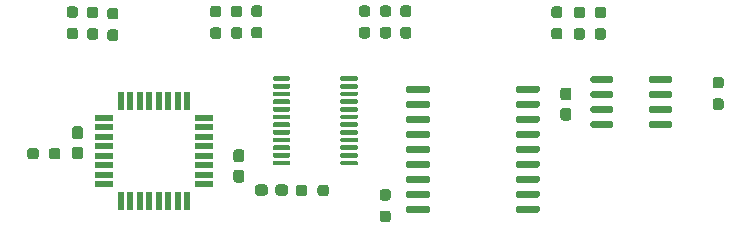
<source format=gbr>
G04 #@! TF.GenerationSoftware,KiCad,Pcbnew,5.1.7-a382d34a8~88~ubuntu18.04.1*
G04 #@! TF.CreationDate,2021-02-25T09:38:48-05:00*
G04 #@! TF.ProjectId,Dash_Left,44617368-5f4c-4656-9674-2e6b69636164,rev?*
G04 #@! TF.SameCoordinates,Original*
G04 #@! TF.FileFunction,Paste,Top*
G04 #@! TF.FilePolarity,Positive*
%FSLAX46Y46*%
G04 Gerber Fmt 4.6, Leading zero omitted, Abs format (unit mm)*
G04 Created by KiCad (PCBNEW 5.1.7-a382d34a8~88~ubuntu18.04.1) date 2021-02-25 09:38:48*
%MOMM*%
%LPD*%
G01*
G04 APERTURE LIST*
%ADD10R,0.550000X1.600000*%
%ADD11R,1.600000X0.550000*%
G04 APERTURE END LIST*
G36*
G01*
X139099580Y-110920520D02*
X139099580Y-111395520D01*
G75*
G02*
X138862080Y-111633020I-237500J0D01*
G01*
X138262080Y-111633020D01*
G75*
G02*
X138024580Y-111395520I0J237500D01*
G01*
X138024580Y-110920520D01*
G75*
G02*
X138262080Y-110683020I237500J0D01*
G01*
X138862080Y-110683020D01*
G75*
G02*
X139099580Y-110920520I0J-237500D01*
G01*
G37*
G36*
G01*
X140824580Y-110920520D02*
X140824580Y-111395520D01*
G75*
G02*
X140587080Y-111633020I-237500J0D01*
G01*
X139987080Y-111633020D01*
G75*
G02*
X139749580Y-111395520I0J237500D01*
G01*
X139749580Y-110920520D01*
G75*
G02*
X139987080Y-110683020I237500J0D01*
G01*
X140587080Y-110683020D01*
G75*
G02*
X140824580Y-110920520I0J-237500D01*
G01*
G37*
G36*
G01*
X122317500Y-97429500D02*
X122792500Y-97429500D01*
G75*
G02*
X123030000Y-97667000I0J-237500D01*
G01*
X123030000Y-98167000D01*
G75*
G02*
X122792500Y-98404500I-237500J0D01*
G01*
X122317500Y-98404500D01*
G75*
G02*
X122080000Y-98167000I0J237500D01*
G01*
X122080000Y-97667000D01*
G75*
G02*
X122317500Y-97429500I237500J0D01*
G01*
G37*
G36*
G01*
X122317500Y-95604500D02*
X122792500Y-95604500D01*
G75*
G02*
X123030000Y-95842000I0J-237500D01*
G01*
X123030000Y-96342000D01*
G75*
G02*
X122792500Y-96579500I-237500J0D01*
G01*
X122317500Y-96579500D01*
G75*
G02*
X122080000Y-96342000I0J237500D01*
G01*
X122080000Y-95842000D01*
G75*
G02*
X122317500Y-95604500I237500J0D01*
G01*
G37*
G36*
G01*
X124032000Y-97453000D02*
X124507000Y-97453000D01*
G75*
G02*
X124744500Y-97690500I0J-237500D01*
G01*
X124744500Y-98190500D01*
G75*
G02*
X124507000Y-98428000I-237500J0D01*
G01*
X124032000Y-98428000D01*
G75*
G02*
X123794500Y-98190500I0J237500D01*
G01*
X123794500Y-97690500D01*
G75*
G02*
X124032000Y-97453000I237500J0D01*
G01*
G37*
G36*
G01*
X124032000Y-95628000D02*
X124507000Y-95628000D01*
G75*
G02*
X124744500Y-95865500I0J-237500D01*
G01*
X124744500Y-96365500D01*
G75*
G02*
X124507000Y-96603000I-237500J0D01*
G01*
X124032000Y-96603000D01*
G75*
G02*
X123794500Y-96365500I0J237500D01*
G01*
X123794500Y-95865500D01*
G75*
G02*
X124032000Y-95628000I237500J0D01*
G01*
G37*
G36*
G01*
X125746500Y-97556500D02*
X126221500Y-97556500D01*
G75*
G02*
X126459000Y-97794000I0J-237500D01*
G01*
X126459000Y-98294000D01*
G75*
G02*
X126221500Y-98531500I-237500J0D01*
G01*
X125746500Y-98531500D01*
G75*
G02*
X125509000Y-98294000I0J237500D01*
G01*
X125509000Y-97794000D01*
G75*
G02*
X125746500Y-97556500I237500J0D01*
G01*
G37*
G36*
G01*
X125746500Y-95731500D02*
X126221500Y-95731500D01*
G75*
G02*
X126459000Y-95969000I0J-237500D01*
G01*
X126459000Y-96469000D01*
G75*
G02*
X126221500Y-96706500I-237500J0D01*
G01*
X125746500Y-96706500D01*
G75*
G02*
X125509000Y-96469000I0J237500D01*
G01*
X125509000Y-95969000D01*
G75*
G02*
X125746500Y-95731500I237500J0D01*
G01*
G37*
G36*
G01*
X134446000Y-97389500D02*
X134921000Y-97389500D01*
G75*
G02*
X135158500Y-97627000I0J-237500D01*
G01*
X135158500Y-98127000D01*
G75*
G02*
X134921000Y-98364500I-237500J0D01*
G01*
X134446000Y-98364500D01*
G75*
G02*
X134208500Y-98127000I0J237500D01*
G01*
X134208500Y-97627000D01*
G75*
G02*
X134446000Y-97389500I237500J0D01*
G01*
G37*
G36*
G01*
X134446000Y-95564500D02*
X134921000Y-95564500D01*
G75*
G02*
X135158500Y-95802000I0J-237500D01*
G01*
X135158500Y-96302000D01*
G75*
G02*
X134921000Y-96539500I-237500J0D01*
G01*
X134446000Y-96539500D01*
G75*
G02*
X134208500Y-96302000I0J237500D01*
G01*
X134208500Y-95802000D01*
G75*
G02*
X134446000Y-95564500I237500J0D01*
G01*
G37*
G36*
G01*
X136224000Y-97366000D02*
X136699000Y-97366000D01*
G75*
G02*
X136936500Y-97603500I0J-237500D01*
G01*
X136936500Y-98103500D01*
G75*
G02*
X136699000Y-98341000I-237500J0D01*
G01*
X136224000Y-98341000D01*
G75*
G02*
X135986500Y-98103500I0J237500D01*
G01*
X135986500Y-97603500D01*
G75*
G02*
X136224000Y-97366000I237500J0D01*
G01*
G37*
G36*
G01*
X136224000Y-95541000D02*
X136699000Y-95541000D01*
G75*
G02*
X136936500Y-95778500I0J-237500D01*
G01*
X136936500Y-96278500D01*
G75*
G02*
X136699000Y-96516000I-237500J0D01*
G01*
X136224000Y-96516000D01*
G75*
G02*
X135986500Y-96278500I0J237500D01*
G01*
X135986500Y-95778500D01*
G75*
G02*
X136224000Y-95541000I237500J0D01*
G01*
G37*
G36*
G01*
X137938500Y-97349500D02*
X138413500Y-97349500D01*
G75*
G02*
X138651000Y-97587000I0J-237500D01*
G01*
X138651000Y-98087000D01*
G75*
G02*
X138413500Y-98324500I-237500J0D01*
G01*
X137938500Y-98324500D01*
G75*
G02*
X137701000Y-98087000I0J237500D01*
G01*
X137701000Y-97587000D01*
G75*
G02*
X137938500Y-97349500I237500J0D01*
G01*
G37*
G36*
G01*
X137938500Y-95524500D02*
X138413500Y-95524500D01*
G75*
G02*
X138651000Y-95762000I0J-237500D01*
G01*
X138651000Y-96262000D01*
G75*
G02*
X138413500Y-96499500I-237500J0D01*
G01*
X137938500Y-96499500D01*
G75*
G02*
X137701000Y-96262000I0J237500D01*
G01*
X137701000Y-95762000D01*
G75*
G02*
X137938500Y-95524500I237500J0D01*
G01*
G37*
G36*
G01*
X147057100Y-97351400D02*
X147532100Y-97351400D01*
G75*
G02*
X147769600Y-97588900I0J-237500D01*
G01*
X147769600Y-98088900D01*
G75*
G02*
X147532100Y-98326400I-237500J0D01*
G01*
X147057100Y-98326400D01*
G75*
G02*
X146819600Y-98088900I0J237500D01*
G01*
X146819600Y-97588900D01*
G75*
G02*
X147057100Y-97351400I237500J0D01*
G01*
G37*
G36*
G01*
X147057100Y-95526400D02*
X147532100Y-95526400D01*
G75*
G02*
X147769600Y-95763900I0J-237500D01*
G01*
X147769600Y-96263900D01*
G75*
G02*
X147532100Y-96501400I-237500J0D01*
G01*
X147057100Y-96501400D01*
G75*
G02*
X146819600Y-96263900I0J237500D01*
G01*
X146819600Y-95763900D01*
G75*
G02*
X147057100Y-95526400I237500J0D01*
G01*
G37*
G36*
G01*
X148835100Y-97351400D02*
X149310100Y-97351400D01*
G75*
G02*
X149547600Y-97588900I0J-237500D01*
G01*
X149547600Y-98088900D01*
G75*
G02*
X149310100Y-98326400I-237500J0D01*
G01*
X148835100Y-98326400D01*
G75*
G02*
X148597600Y-98088900I0J237500D01*
G01*
X148597600Y-97588900D01*
G75*
G02*
X148835100Y-97351400I237500J0D01*
G01*
G37*
G36*
G01*
X148835100Y-95526400D02*
X149310100Y-95526400D01*
G75*
G02*
X149547600Y-95763900I0J-237500D01*
G01*
X149547600Y-96263900D01*
G75*
G02*
X149310100Y-96501400I-237500J0D01*
G01*
X148835100Y-96501400D01*
G75*
G02*
X148597600Y-96263900I0J237500D01*
G01*
X148597600Y-95763900D01*
G75*
G02*
X148835100Y-95526400I237500J0D01*
G01*
G37*
G36*
G01*
X150549600Y-97351400D02*
X151024600Y-97351400D01*
G75*
G02*
X151262100Y-97588900I0J-237500D01*
G01*
X151262100Y-98088900D01*
G75*
G02*
X151024600Y-98326400I-237500J0D01*
G01*
X150549600Y-98326400D01*
G75*
G02*
X150312100Y-98088900I0J237500D01*
G01*
X150312100Y-97588900D01*
G75*
G02*
X150549600Y-97351400I237500J0D01*
G01*
G37*
G36*
G01*
X150549600Y-95526400D02*
X151024600Y-95526400D01*
G75*
G02*
X151262100Y-95763900I0J-237500D01*
G01*
X151262100Y-96263900D01*
G75*
G02*
X151024600Y-96501400I-237500J0D01*
G01*
X150549600Y-96501400D01*
G75*
G02*
X150312100Y-96263900I0J237500D01*
G01*
X150312100Y-95763900D01*
G75*
G02*
X150549600Y-95526400I237500J0D01*
G01*
G37*
G36*
G01*
X163338500Y-97429500D02*
X163813500Y-97429500D01*
G75*
G02*
X164051000Y-97667000I0J-237500D01*
G01*
X164051000Y-98167000D01*
G75*
G02*
X163813500Y-98404500I-237500J0D01*
G01*
X163338500Y-98404500D01*
G75*
G02*
X163101000Y-98167000I0J237500D01*
G01*
X163101000Y-97667000D01*
G75*
G02*
X163338500Y-97429500I237500J0D01*
G01*
G37*
G36*
G01*
X163338500Y-95604500D02*
X163813500Y-95604500D01*
G75*
G02*
X164051000Y-95842000I0J-237500D01*
G01*
X164051000Y-96342000D01*
G75*
G02*
X163813500Y-96579500I-237500J0D01*
G01*
X163338500Y-96579500D01*
G75*
G02*
X163101000Y-96342000I0J237500D01*
G01*
X163101000Y-95842000D01*
G75*
G02*
X163338500Y-95604500I237500J0D01*
G01*
G37*
G36*
G01*
X165243500Y-97453000D02*
X165718500Y-97453000D01*
G75*
G02*
X165956000Y-97690500I0J-237500D01*
G01*
X165956000Y-98190500D01*
G75*
G02*
X165718500Y-98428000I-237500J0D01*
G01*
X165243500Y-98428000D01*
G75*
G02*
X165006000Y-98190500I0J237500D01*
G01*
X165006000Y-97690500D01*
G75*
G02*
X165243500Y-97453000I237500J0D01*
G01*
G37*
G36*
G01*
X165243500Y-95628000D02*
X165718500Y-95628000D01*
G75*
G02*
X165956000Y-95865500I0J-237500D01*
G01*
X165956000Y-96365500D01*
G75*
G02*
X165718500Y-96603000I-237500J0D01*
G01*
X165243500Y-96603000D01*
G75*
G02*
X165006000Y-96365500I0J237500D01*
G01*
X165006000Y-95865500D01*
G75*
G02*
X165243500Y-95628000I237500J0D01*
G01*
G37*
G36*
G01*
X167021500Y-97453000D02*
X167496500Y-97453000D01*
G75*
G02*
X167734000Y-97690500I0J-237500D01*
G01*
X167734000Y-98190500D01*
G75*
G02*
X167496500Y-98428000I-237500J0D01*
G01*
X167021500Y-98428000D01*
G75*
G02*
X166784000Y-98190500I0J237500D01*
G01*
X166784000Y-97690500D01*
G75*
G02*
X167021500Y-97453000I237500J0D01*
G01*
G37*
G36*
G01*
X167021500Y-95628000D02*
X167496500Y-95628000D01*
G75*
G02*
X167734000Y-95865500I0J-237500D01*
G01*
X167734000Y-96365500D01*
G75*
G02*
X167496500Y-96603000I-237500J0D01*
G01*
X167021500Y-96603000D01*
G75*
G02*
X166784000Y-96365500I0J237500D01*
G01*
X166784000Y-95865500D01*
G75*
G02*
X167021500Y-95628000I237500J0D01*
G01*
G37*
G36*
G01*
X171362500Y-101940500D02*
X171362500Y-101640500D01*
G75*
G02*
X171512500Y-101490500I150000J0D01*
G01*
X173162500Y-101490500D01*
G75*
G02*
X173312500Y-101640500I0J-150000D01*
G01*
X173312500Y-101940500D01*
G75*
G02*
X173162500Y-102090500I-150000J0D01*
G01*
X171512500Y-102090500D01*
G75*
G02*
X171362500Y-101940500I0J150000D01*
G01*
G37*
G36*
G01*
X171362500Y-103210500D02*
X171362500Y-102910500D01*
G75*
G02*
X171512500Y-102760500I150000J0D01*
G01*
X173162500Y-102760500D01*
G75*
G02*
X173312500Y-102910500I0J-150000D01*
G01*
X173312500Y-103210500D01*
G75*
G02*
X173162500Y-103360500I-150000J0D01*
G01*
X171512500Y-103360500D01*
G75*
G02*
X171362500Y-103210500I0J150000D01*
G01*
G37*
G36*
G01*
X171362500Y-104480500D02*
X171362500Y-104180500D01*
G75*
G02*
X171512500Y-104030500I150000J0D01*
G01*
X173162500Y-104030500D01*
G75*
G02*
X173312500Y-104180500I0J-150000D01*
G01*
X173312500Y-104480500D01*
G75*
G02*
X173162500Y-104630500I-150000J0D01*
G01*
X171512500Y-104630500D01*
G75*
G02*
X171362500Y-104480500I0J150000D01*
G01*
G37*
G36*
G01*
X171362500Y-105750500D02*
X171362500Y-105450500D01*
G75*
G02*
X171512500Y-105300500I150000J0D01*
G01*
X173162500Y-105300500D01*
G75*
G02*
X173312500Y-105450500I0J-150000D01*
G01*
X173312500Y-105750500D01*
G75*
G02*
X173162500Y-105900500I-150000J0D01*
G01*
X171512500Y-105900500D01*
G75*
G02*
X171362500Y-105750500I0J150000D01*
G01*
G37*
G36*
G01*
X166412500Y-105750500D02*
X166412500Y-105450500D01*
G75*
G02*
X166562500Y-105300500I150000J0D01*
G01*
X168212500Y-105300500D01*
G75*
G02*
X168362500Y-105450500I0J-150000D01*
G01*
X168362500Y-105750500D01*
G75*
G02*
X168212500Y-105900500I-150000J0D01*
G01*
X166562500Y-105900500D01*
G75*
G02*
X166412500Y-105750500I0J150000D01*
G01*
G37*
G36*
G01*
X166412500Y-104480500D02*
X166412500Y-104180500D01*
G75*
G02*
X166562500Y-104030500I150000J0D01*
G01*
X168212500Y-104030500D01*
G75*
G02*
X168362500Y-104180500I0J-150000D01*
G01*
X168362500Y-104480500D01*
G75*
G02*
X168212500Y-104630500I-150000J0D01*
G01*
X166562500Y-104630500D01*
G75*
G02*
X166412500Y-104480500I0J150000D01*
G01*
G37*
G36*
G01*
X166412500Y-103210500D02*
X166412500Y-102910500D01*
G75*
G02*
X166562500Y-102760500I150000J0D01*
G01*
X168212500Y-102760500D01*
G75*
G02*
X168362500Y-102910500I0J-150000D01*
G01*
X168362500Y-103210500D01*
G75*
G02*
X168212500Y-103360500I-150000J0D01*
G01*
X166562500Y-103360500D01*
G75*
G02*
X166412500Y-103210500I0J150000D01*
G01*
G37*
G36*
G01*
X166412500Y-101940500D02*
X166412500Y-101640500D01*
G75*
G02*
X166562500Y-101490500I150000J0D01*
G01*
X168212500Y-101490500D01*
G75*
G02*
X168362500Y-101640500I0J-150000D01*
G01*
X168362500Y-101940500D01*
G75*
G02*
X168212500Y-102090500I-150000J0D01*
G01*
X166562500Y-102090500D01*
G75*
G02*
X166412500Y-101940500I0J150000D01*
G01*
G37*
G36*
G01*
X152839000Y-112626000D02*
X152839000Y-112926000D01*
G75*
G02*
X152689000Y-113076000I-150000J0D01*
G01*
X150939000Y-113076000D01*
G75*
G02*
X150789000Y-112926000I0J150000D01*
G01*
X150789000Y-112626000D01*
G75*
G02*
X150939000Y-112476000I150000J0D01*
G01*
X152689000Y-112476000D01*
G75*
G02*
X152839000Y-112626000I0J-150000D01*
G01*
G37*
G36*
G01*
X152839000Y-111356000D02*
X152839000Y-111656000D01*
G75*
G02*
X152689000Y-111806000I-150000J0D01*
G01*
X150939000Y-111806000D01*
G75*
G02*
X150789000Y-111656000I0J150000D01*
G01*
X150789000Y-111356000D01*
G75*
G02*
X150939000Y-111206000I150000J0D01*
G01*
X152689000Y-111206000D01*
G75*
G02*
X152839000Y-111356000I0J-150000D01*
G01*
G37*
G36*
G01*
X152839000Y-110086000D02*
X152839000Y-110386000D01*
G75*
G02*
X152689000Y-110536000I-150000J0D01*
G01*
X150939000Y-110536000D01*
G75*
G02*
X150789000Y-110386000I0J150000D01*
G01*
X150789000Y-110086000D01*
G75*
G02*
X150939000Y-109936000I150000J0D01*
G01*
X152689000Y-109936000D01*
G75*
G02*
X152839000Y-110086000I0J-150000D01*
G01*
G37*
G36*
G01*
X152839000Y-108816000D02*
X152839000Y-109116000D01*
G75*
G02*
X152689000Y-109266000I-150000J0D01*
G01*
X150939000Y-109266000D01*
G75*
G02*
X150789000Y-109116000I0J150000D01*
G01*
X150789000Y-108816000D01*
G75*
G02*
X150939000Y-108666000I150000J0D01*
G01*
X152689000Y-108666000D01*
G75*
G02*
X152839000Y-108816000I0J-150000D01*
G01*
G37*
G36*
G01*
X152839000Y-107546000D02*
X152839000Y-107846000D01*
G75*
G02*
X152689000Y-107996000I-150000J0D01*
G01*
X150939000Y-107996000D01*
G75*
G02*
X150789000Y-107846000I0J150000D01*
G01*
X150789000Y-107546000D01*
G75*
G02*
X150939000Y-107396000I150000J0D01*
G01*
X152689000Y-107396000D01*
G75*
G02*
X152839000Y-107546000I0J-150000D01*
G01*
G37*
G36*
G01*
X152839000Y-106276000D02*
X152839000Y-106576000D01*
G75*
G02*
X152689000Y-106726000I-150000J0D01*
G01*
X150939000Y-106726000D01*
G75*
G02*
X150789000Y-106576000I0J150000D01*
G01*
X150789000Y-106276000D01*
G75*
G02*
X150939000Y-106126000I150000J0D01*
G01*
X152689000Y-106126000D01*
G75*
G02*
X152839000Y-106276000I0J-150000D01*
G01*
G37*
G36*
G01*
X152839000Y-105006000D02*
X152839000Y-105306000D01*
G75*
G02*
X152689000Y-105456000I-150000J0D01*
G01*
X150939000Y-105456000D01*
G75*
G02*
X150789000Y-105306000I0J150000D01*
G01*
X150789000Y-105006000D01*
G75*
G02*
X150939000Y-104856000I150000J0D01*
G01*
X152689000Y-104856000D01*
G75*
G02*
X152839000Y-105006000I0J-150000D01*
G01*
G37*
G36*
G01*
X152839000Y-103736000D02*
X152839000Y-104036000D01*
G75*
G02*
X152689000Y-104186000I-150000J0D01*
G01*
X150939000Y-104186000D01*
G75*
G02*
X150789000Y-104036000I0J150000D01*
G01*
X150789000Y-103736000D01*
G75*
G02*
X150939000Y-103586000I150000J0D01*
G01*
X152689000Y-103586000D01*
G75*
G02*
X152839000Y-103736000I0J-150000D01*
G01*
G37*
G36*
G01*
X152839000Y-102466000D02*
X152839000Y-102766000D01*
G75*
G02*
X152689000Y-102916000I-150000J0D01*
G01*
X150939000Y-102916000D01*
G75*
G02*
X150789000Y-102766000I0J150000D01*
G01*
X150789000Y-102466000D01*
G75*
G02*
X150939000Y-102316000I150000J0D01*
G01*
X152689000Y-102316000D01*
G75*
G02*
X152839000Y-102466000I0J-150000D01*
G01*
G37*
G36*
G01*
X162139000Y-102466000D02*
X162139000Y-102766000D01*
G75*
G02*
X161989000Y-102916000I-150000J0D01*
G01*
X160239000Y-102916000D01*
G75*
G02*
X160089000Y-102766000I0J150000D01*
G01*
X160089000Y-102466000D01*
G75*
G02*
X160239000Y-102316000I150000J0D01*
G01*
X161989000Y-102316000D01*
G75*
G02*
X162139000Y-102466000I0J-150000D01*
G01*
G37*
G36*
G01*
X162139000Y-103736000D02*
X162139000Y-104036000D01*
G75*
G02*
X161989000Y-104186000I-150000J0D01*
G01*
X160239000Y-104186000D01*
G75*
G02*
X160089000Y-104036000I0J150000D01*
G01*
X160089000Y-103736000D01*
G75*
G02*
X160239000Y-103586000I150000J0D01*
G01*
X161989000Y-103586000D01*
G75*
G02*
X162139000Y-103736000I0J-150000D01*
G01*
G37*
G36*
G01*
X162139000Y-105006000D02*
X162139000Y-105306000D01*
G75*
G02*
X161989000Y-105456000I-150000J0D01*
G01*
X160239000Y-105456000D01*
G75*
G02*
X160089000Y-105306000I0J150000D01*
G01*
X160089000Y-105006000D01*
G75*
G02*
X160239000Y-104856000I150000J0D01*
G01*
X161989000Y-104856000D01*
G75*
G02*
X162139000Y-105006000I0J-150000D01*
G01*
G37*
G36*
G01*
X162139000Y-106276000D02*
X162139000Y-106576000D01*
G75*
G02*
X161989000Y-106726000I-150000J0D01*
G01*
X160239000Y-106726000D01*
G75*
G02*
X160089000Y-106576000I0J150000D01*
G01*
X160089000Y-106276000D01*
G75*
G02*
X160239000Y-106126000I150000J0D01*
G01*
X161989000Y-106126000D01*
G75*
G02*
X162139000Y-106276000I0J-150000D01*
G01*
G37*
G36*
G01*
X162139000Y-107546000D02*
X162139000Y-107846000D01*
G75*
G02*
X161989000Y-107996000I-150000J0D01*
G01*
X160239000Y-107996000D01*
G75*
G02*
X160089000Y-107846000I0J150000D01*
G01*
X160089000Y-107546000D01*
G75*
G02*
X160239000Y-107396000I150000J0D01*
G01*
X161989000Y-107396000D01*
G75*
G02*
X162139000Y-107546000I0J-150000D01*
G01*
G37*
G36*
G01*
X162139000Y-108816000D02*
X162139000Y-109116000D01*
G75*
G02*
X161989000Y-109266000I-150000J0D01*
G01*
X160239000Y-109266000D01*
G75*
G02*
X160089000Y-109116000I0J150000D01*
G01*
X160089000Y-108816000D01*
G75*
G02*
X160239000Y-108666000I150000J0D01*
G01*
X161989000Y-108666000D01*
G75*
G02*
X162139000Y-108816000I0J-150000D01*
G01*
G37*
G36*
G01*
X162139000Y-110086000D02*
X162139000Y-110386000D01*
G75*
G02*
X161989000Y-110536000I-150000J0D01*
G01*
X160239000Y-110536000D01*
G75*
G02*
X160089000Y-110386000I0J150000D01*
G01*
X160089000Y-110086000D01*
G75*
G02*
X160239000Y-109936000I150000J0D01*
G01*
X161989000Y-109936000D01*
G75*
G02*
X162139000Y-110086000I0J-150000D01*
G01*
G37*
G36*
G01*
X162139000Y-111356000D02*
X162139000Y-111656000D01*
G75*
G02*
X161989000Y-111806000I-150000J0D01*
G01*
X160239000Y-111806000D01*
G75*
G02*
X160089000Y-111656000I0J150000D01*
G01*
X160089000Y-111356000D01*
G75*
G02*
X160239000Y-111206000I150000J0D01*
G01*
X161989000Y-111206000D01*
G75*
G02*
X162139000Y-111356000I0J-150000D01*
G01*
G37*
G36*
G01*
X162139000Y-112626000D02*
X162139000Y-112926000D01*
G75*
G02*
X161989000Y-113076000I-150000J0D01*
G01*
X160239000Y-113076000D01*
G75*
G02*
X160089000Y-112926000I0J150000D01*
G01*
X160089000Y-112626000D01*
G75*
G02*
X160239000Y-112476000I150000J0D01*
G01*
X161989000Y-112476000D01*
G75*
G02*
X162139000Y-112626000I0J-150000D01*
G01*
G37*
G36*
G01*
X140999000Y-108769000D02*
X140999000Y-108969000D01*
G75*
G02*
X140899000Y-109069000I-100000J0D01*
G01*
X139624000Y-109069000D01*
G75*
G02*
X139524000Y-108969000I0J100000D01*
G01*
X139524000Y-108769000D01*
G75*
G02*
X139624000Y-108669000I100000J0D01*
G01*
X140899000Y-108669000D01*
G75*
G02*
X140999000Y-108769000I0J-100000D01*
G01*
G37*
G36*
G01*
X140999000Y-108119000D02*
X140999000Y-108319000D01*
G75*
G02*
X140899000Y-108419000I-100000J0D01*
G01*
X139624000Y-108419000D01*
G75*
G02*
X139524000Y-108319000I0J100000D01*
G01*
X139524000Y-108119000D01*
G75*
G02*
X139624000Y-108019000I100000J0D01*
G01*
X140899000Y-108019000D01*
G75*
G02*
X140999000Y-108119000I0J-100000D01*
G01*
G37*
G36*
G01*
X140999000Y-107469000D02*
X140999000Y-107669000D01*
G75*
G02*
X140899000Y-107769000I-100000J0D01*
G01*
X139624000Y-107769000D01*
G75*
G02*
X139524000Y-107669000I0J100000D01*
G01*
X139524000Y-107469000D01*
G75*
G02*
X139624000Y-107369000I100000J0D01*
G01*
X140899000Y-107369000D01*
G75*
G02*
X140999000Y-107469000I0J-100000D01*
G01*
G37*
G36*
G01*
X140999000Y-106819000D02*
X140999000Y-107019000D01*
G75*
G02*
X140899000Y-107119000I-100000J0D01*
G01*
X139624000Y-107119000D01*
G75*
G02*
X139524000Y-107019000I0J100000D01*
G01*
X139524000Y-106819000D01*
G75*
G02*
X139624000Y-106719000I100000J0D01*
G01*
X140899000Y-106719000D01*
G75*
G02*
X140999000Y-106819000I0J-100000D01*
G01*
G37*
G36*
G01*
X140999000Y-106169000D02*
X140999000Y-106369000D01*
G75*
G02*
X140899000Y-106469000I-100000J0D01*
G01*
X139624000Y-106469000D01*
G75*
G02*
X139524000Y-106369000I0J100000D01*
G01*
X139524000Y-106169000D01*
G75*
G02*
X139624000Y-106069000I100000J0D01*
G01*
X140899000Y-106069000D01*
G75*
G02*
X140999000Y-106169000I0J-100000D01*
G01*
G37*
G36*
G01*
X140999000Y-105519000D02*
X140999000Y-105719000D01*
G75*
G02*
X140899000Y-105819000I-100000J0D01*
G01*
X139624000Y-105819000D01*
G75*
G02*
X139524000Y-105719000I0J100000D01*
G01*
X139524000Y-105519000D01*
G75*
G02*
X139624000Y-105419000I100000J0D01*
G01*
X140899000Y-105419000D01*
G75*
G02*
X140999000Y-105519000I0J-100000D01*
G01*
G37*
G36*
G01*
X140999000Y-104869000D02*
X140999000Y-105069000D01*
G75*
G02*
X140899000Y-105169000I-100000J0D01*
G01*
X139624000Y-105169000D01*
G75*
G02*
X139524000Y-105069000I0J100000D01*
G01*
X139524000Y-104869000D01*
G75*
G02*
X139624000Y-104769000I100000J0D01*
G01*
X140899000Y-104769000D01*
G75*
G02*
X140999000Y-104869000I0J-100000D01*
G01*
G37*
G36*
G01*
X140999000Y-104219000D02*
X140999000Y-104419000D01*
G75*
G02*
X140899000Y-104519000I-100000J0D01*
G01*
X139624000Y-104519000D01*
G75*
G02*
X139524000Y-104419000I0J100000D01*
G01*
X139524000Y-104219000D01*
G75*
G02*
X139624000Y-104119000I100000J0D01*
G01*
X140899000Y-104119000D01*
G75*
G02*
X140999000Y-104219000I0J-100000D01*
G01*
G37*
G36*
G01*
X140999000Y-103569000D02*
X140999000Y-103769000D01*
G75*
G02*
X140899000Y-103869000I-100000J0D01*
G01*
X139624000Y-103869000D01*
G75*
G02*
X139524000Y-103769000I0J100000D01*
G01*
X139524000Y-103569000D01*
G75*
G02*
X139624000Y-103469000I100000J0D01*
G01*
X140899000Y-103469000D01*
G75*
G02*
X140999000Y-103569000I0J-100000D01*
G01*
G37*
G36*
G01*
X140999000Y-102919000D02*
X140999000Y-103119000D01*
G75*
G02*
X140899000Y-103219000I-100000J0D01*
G01*
X139624000Y-103219000D01*
G75*
G02*
X139524000Y-103119000I0J100000D01*
G01*
X139524000Y-102919000D01*
G75*
G02*
X139624000Y-102819000I100000J0D01*
G01*
X140899000Y-102819000D01*
G75*
G02*
X140999000Y-102919000I0J-100000D01*
G01*
G37*
G36*
G01*
X140999000Y-102269000D02*
X140999000Y-102469000D01*
G75*
G02*
X140899000Y-102569000I-100000J0D01*
G01*
X139624000Y-102569000D01*
G75*
G02*
X139524000Y-102469000I0J100000D01*
G01*
X139524000Y-102269000D01*
G75*
G02*
X139624000Y-102169000I100000J0D01*
G01*
X140899000Y-102169000D01*
G75*
G02*
X140999000Y-102269000I0J-100000D01*
G01*
G37*
G36*
G01*
X140999000Y-101619000D02*
X140999000Y-101819000D01*
G75*
G02*
X140899000Y-101919000I-100000J0D01*
G01*
X139624000Y-101919000D01*
G75*
G02*
X139524000Y-101819000I0J100000D01*
G01*
X139524000Y-101619000D01*
G75*
G02*
X139624000Y-101519000I100000J0D01*
G01*
X140899000Y-101519000D01*
G75*
G02*
X140999000Y-101619000I0J-100000D01*
G01*
G37*
G36*
G01*
X146724000Y-101619000D02*
X146724000Y-101819000D01*
G75*
G02*
X146624000Y-101919000I-100000J0D01*
G01*
X145349000Y-101919000D01*
G75*
G02*
X145249000Y-101819000I0J100000D01*
G01*
X145249000Y-101619000D01*
G75*
G02*
X145349000Y-101519000I100000J0D01*
G01*
X146624000Y-101519000D01*
G75*
G02*
X146724000Y-101619000I0J-100000D01*
G01*
G37*
G36*
G01*
X146724000Y-102269000D02*
X146724000Y-102469000D01*
G75*
G02*
X146624000Y-102569000I-100000J0D01*
G01*
X145349000Y-102569000D01*
G75*
G02*
X145249000Y-102469000I0J100000D01*
G01*
X145249000Y-102269000D01*
G75*
G02*
X145349000Y-102169000I100000J0D01*
G01*
X146624000Y-102169000D01*
G75*
G02*
X146724000Y-102269000I0J-100000D01*
G01*
G37*
G36*
G01*
X146724000Y-102919000D02*
X146724000Y-103119000D01*
G75*
G02*
X146624000Y-103219000I-100000J0D01*
G01*
X145349000Y-103219000D01*
G75*
G02*
X145249000Y-103119000I0J100000D01*
G01*
X145249000Y-102919000D01*
G75*
G02*
X145349000Y-102819000I100000J0D01*
G01*
X146624000Y-102819000D01*
G75*
G02*
X146724000Y-102919000I0J-100000D01*
G01*
G37*
G36*
G01*
X146724000Y-103569000D02*
X146724000Y-103769000D01*
G75*
G02*
X146624000Y-103869000I-100000J0D01*
G01*
X145349000Y-103869000D01*
G75*
G02*
X145249000Y-103769000I0J100000D01*
G01*
X145249000Y-103569000D01*
G75*
G02*
X145349000Y-103469000I100000J0D01*
G01*
X146624000Y-103469000D01*
G75*
G02*
X146724000Y-103569000I0J-100000D01*
G01*
G37*
G36*
G01*
X146724000Y-104219000D02*
X146724000Y-104419000D01*
G75*
G02*
X146624000Y-104519000I-100000J0D01*
G01*
X145349000Y-104519000D01*
G75*
G02*
X145249000Y-104419000I0J100000D01*
G01*
X145249000Y-104219000D01*
G75*
G02*
X145349000Y-104119000I100000J0D01*
G01*
X146624000Y-104119000D01*
G75*
G02*
X146724000Y-104219000I0J-100000D01*
G01*
G37*
G36*
G01*
X146724000Y-104869000D02*
X146724000Y-105069000D01*
G75*
G02*
X146624000Y-105169000I-100000J0D01*
G01*
X145349000Y-105169000D01*
G75*
G02*
X145249000Y-105069000I0J100000D01*
G01*
X145249000Y-104869000D01*
G75*
G02*
X145349000Y-104769000I100000J0D01*
G01*
X146624000Y-104769000D01*
G75*
G02*
X146724000Y-104869000I0J-100000D01*
G01*
G37*
G36*
G01*
X146724000Y-105519000D02*
X146724000Y-105719000D01*
G75*
G02*
X146624000Y-105819000I-100000J0D01*
G01*
X145349000Y-105819000D01*
G75*
G02*
X145249000Y-105719000I0J100000D01*
G01*
X145249000Y-105519000D01*
G75*
G02*
X145349000Y-105419000I100000J0D01*
G01*
X146624000Y-105419000D01*
G75*
G02*
X146724000Y-105519000I0J-100000D01*
G01*
G37*
G36*
G01*
X146724000Y-106169000D02*
X146724000Y-106369000D01*
G75*
G02*
X146624000Y-106469000I-100000J0D01*
G01*
X145349000Y-106469000D01*
G75*
G02*
X145249000Y-106369000I0J100000D01*
G01*
X145249000Y-106169000D01*
G75*
G02*
X145349000Y-106069000I100000J0D01*
G01*
X146624000Y-106069000D01*
G75*
G02*
X146724000Y-106169000I0J-100000D01*
G01*
G37*
G36*
G01*
X146724000Y-106819000D02*
X146724000Y-107019000D01*
G75*
G02*
X146624000Y-107119000I-100000J0D01*
G01*
X145349000Y-107119000D01*
G75*
G02*
X145249000Y-107019000I0J100000D01*
G01*
X145249000Y-106819000D01*
G75*
G02*
X145349000Y-106719000I100000J0D01*
G01*
X146624000Y-106719000D01*
G75*
G02*
X146724000Y-106819000I0J-100000D01*
G01*
G37*
G36*
G01*
X146724000Y-107469000D02*
X146724000Y-107669000D01*
G75*
G02*
X146624000Y-107769000I-100000J0D01*
G01*
X145349000Y-107769000D01*
G75*
G02*
X145249000Y-107669000I0J100000D01*
G01*
X145249000Y-107469000D01*
G75*
G02*
X145349000Y-107369000I100000J0D01*
G01*
X146624000Y-107369000D01*
G75*
G02*
X146724000Y-107469000I0J-100000D01*
G01*
G37*
G36*
G01*
X146724000Y-108119000D02*
X146724000Y-108319000D01*
G75*
G02*
X146624000Y-108419000I-100000J0D01*
G01*
X145349000Y-108419000D01*
G75*
G02*
X145249000Y-108319000I0J100000D01*
G01*
X145249000Y-108119000D01*
G75*
G02*
X145349000Y-108019000I100000J0D01*
G01*
X146624000Y-108019000D01*
G75*
G02*
X146724000Y-108119000I0J-100000D01*
G01*
G37*
G36*
G01*
X146724000Y-108769000D02*
X146724000Y-108969000D01*
G75*
G02*
X146624000Y-109069000I-100000J0D01*
G01*
X145349000Y-109069000D01*
G75*
G02*
X145249000Y-108969000I0J100000D01*
G01*
X145249000Y-108769000D01*
G75*
G02*
X145349000Y-108669000I100000J0D01*
G01*
X146624000Y-108669000D01*
G75*
G02*
X146724000Y-108769000I0J-100000D01*
G01*
G37*
D10*
X126672000Y-103592000D03*
X127472000Y-103592000D03*
X128272000Y-103592000D03*
X129072000Y-103592000D03*
X129872000Y-103592000D03*
X130672000Y-103592000D03*
X131472000Y-103592000D03*
X132272000Y-103592000D03*
D11*
X133722000Y-105042000D03*
X133722000Y-105842000D03*
X133722000Y-106642000D03*
X133722000Y-107442000D03*
X133722000Y-108242000D03*
X133722000Y-109042000D03*
X133722000Y-109842000D03*
X133722000Y-110642000D03*
D10*
X132272000Y-112092000D03*
X131472000Y-112092000D03*
X130672000Y-112092000D03*
X129872000Y-112092000D03*
X129072000Y-112092000D03*
X128272000Y-112092000D03*
X127472000Y-112092000D03*
X126672000Y-112092000D03*
D11*
X125222000Y-110642000D03*
X125222000Y-109842000D03*
X125222000Y-109042000D03*
X125222000Y-108242000D03*
X125222000Y-107442000D03*
X125222000Y-106642000D03*
X125222000Y-105842000D03*
X125222000Y-105042000D03*
G36*
G01*
X176991000Y-103398500D02*
X177466000Y-103398500D01*
G75*
G02*
X177703500Y-103636000I0J-237500D01*
G01*
X177703500Y-104136000D01*
G75*
G02*
X177466000Y-104373500I-237500J0D01*
G01*
X176991000Y-104373500D01*
G75*
G02*
X176753500Y-104136000I0J237500D01*
G01*
X176753500Y-103636000D01*
G75*
G02*
X176991000Y-103398500I237500J0D01*
G01*
G37*
G36*
G01*
X176991000Y-101573500D02*
X177466000Y-101573500D01*
G75*
G02*
X177703500Y-101811000I0J-237500D01*
G01*
X177703500Y-102311000D01*
G75*
G02*
X177466000Y-102548500I-237500J0D01*
G01*
X176991000Y-102548500D01*
G75*
G02*
X176753500Y-102311000I0J237500D01*
G01*
X176753500Y-101811000D01*
G75*
G02*
X176991000Y-101573500I237500J0D01*
G01*
G37*
G36*
G01*
X149272000Y-112057000D02*
X148797000Y-112057000D01*
G75*
G02*
X148559500Y-111819500I0J237500D01*
G01*
X148559500Y-111319500D01*
G75*
G02*
X148797000Y-111082000I237500J0D01*
G01*
X149272000Y-111082000D01*
G75*
G02*
X149509500Y-111319500I0J-237500D01*
G01*
X149509500Y-111819500D01*
G75*
G02*
X149272000Y-112057000I-237500J0D01*
G01*
G37*
G36*
G01*
X149272000Y-113882000D02*
X148797000Y-113882000D01*
G75*
G02*
X148559500Y-113644500I0J237500D01*
G01*
X148559500Y-113144500D01*
G75*
G02*
X148797000Y-112907000I237500J0D01*
G01*
X149272000Y-112907000D01*
G75*
G02*
X149509500Y-113144500I0J-237500D01*
G01*
X149509500Y-113644500D01*
G75*
G02*
X149272000Y-113882000I-237500J0D01*
G01*
G37*
G36*
G01*
X143305080Y-111433620D02*
X143305080Y-110958620D01*
G75*
G02*
X143542580Y-110721120I237500J0D01*
G01*
X144042580Y-110721120D01*
G75*
G02*
X144280080Y-110958620I0J-237500D01*
G01*
X144280080Y-111433620D01*
G75*
G02*
X144042580Y-111671120I-237500J0D01*
G01*
X143542580Y-111671120D01*
G75*
G02*
X143305080Y-111433620I0J237500D01*
G01*
G37*
G36*
G01*
X141480080Y-111433620D02*
X141480080Y-110958620D01*
G75*
G02*
X141717580Y-110721120I237500J0D01*
G01*
X142217580Y-110721120D01*
G75*
G02*
X142455080Y-110958620I0J-237500D01*
G01*
X142455080Y-111433620D01*
G75*
G02*
X142217580Y-111671120I-237500J0D01*
G01*
X141717580Y-111671120D01*
G75*
G02*
X141480080Y-111433620I0J237500D01*
G01*
G37*
G36*
G01*
X119717000Y-107839500D02*
X119717000Y-108314500D01*
G75*
G02*
X119479500Y-108552000I-237500J0D01*
G01*
X118979500Y-108552000D01*
G75*
G02*
X118742000Y-108314500I0J237500D01*
G01*
X118742000Y-107839500D01*
G75*
G02*
X118979500Y-107602000I237500J0D01*
G01*
X119479500Y-107602000D01*
G75*
G02*
X119717000Y-107839500I0J-237500D01*
G01*
G37*
G36*
G01*
X121542000Y-107839500D02*
X121542000Y-108314500D01*
G75*
G02*
X121304500Y-108552000I-237500J0D01*
G01*
X120804500Y-108552000D01*
G75*
G02*
X120567000Y-108314500I0J237500D01*
G01*
X120567000Y-107839500D01*
G75*
G02*
X120804500Y-107602000I237500J0D01*
G01*
X121304500Y-107602000D01*
G75*
G02*
X121542000Y-107839500I0J-237500D01*
G01*
G37*
G36*
G01*
X164575500Y-103561000D02*
X164100500Y-103561000D01*
G75*
G02*
X163863000Y-103323500I0J237500D01*
G01*
X163863000Y-102723500D01*
G75*
G02*
X164100500Y-102486000I237500J0D01*
G01*
X164575500Y-102486000D01*
G75*
G02*
X164813000Y-102723500I0J-237500D01*
G01*
X164813000Y-103323500D01*
G75*
G02*
X164575500Y-103561000I-237500J0D01*
G01*
G37*
G36*
G01*
X164575500Y-105286000D02*
X164100500Y-105286000D01*
G75*
G02*
X163863000Y-105048500I0J237500D01*
G01*
X163863000Y-104448500D01*
G75*
G02*
X164100500Y-104211000I237500J0D01*
G01*
X164575500Y-104211000D01*
G75*
G02*
X164813000Y-104448500I0J-237500D01*
G01*
X164813000Y-105048500D01*
G75*
G02*
X164575500Y-105286000I-237500J0D01*
G01*
G37*
G36*
G01*
X136414500Y-109444500D02*
X136889500Y-109444500D01*
G75*
G02*
X137127000Y-109682000I0J-237500D01*
G01*
X137127000Y-110282000D01*
G75*
G02*
X136889500Y-110519500I-237500J0D01*
G01*
X136414500Y-110519500D01*
G75*
G02*
X136177000Y-110282000I0J237500D01*
G01*
X136177000Y-109682000D01*
G75*
G02*
X136414500Y-109444500I237500J0D01*
G01*
G37*
G36*
G01*
X136414500Y-107719500D02*
X136889500Y-107719500D01*
G75*
G02*
X137127000Y-107957000I0J-237500D01*
G01*
X137127000Y-108557000D01*
G75*
G02*
X136889500Y-108794500I-237500J0D01*
G01*
X136414500Y-108794500D01*
G75*
G02*
X136177000Y-108557000I0J237500D01*
G01*
X136177000Y-107957000D01*
G75*
G02*
X136414500Y-107719500I237500J0D01*
G01*
G37*
G36*
G01*
X123226840Y-106838700D02*
X122751840Y-106838700D01*
G75*
G02*
X122514340Y-106601200I0J237500D01*
G01*
X122514340Y-106001200D01*
G75*
G02*
X122751840Y-105763700I237500J0D01*
G01*
X123226840Y-105763700D01*
G75*
G02*
X123464340Y-106001200I0J-237500D01*
G01*
X123464340Y-106601200D01*
G75*
G02*
X123226840Y-106838700I-237500J0D01*
G01*
G37*
G36*
G01*
X123226840Y-108563700D02*
X122751840Y-108563700D01*
G75*
G02*
X122514340Y-108326200I0J237500D01*
G01*
X122514340Y-107726200D01*
G75*
G02*
X122751840Y-107488700I237500J0D01*
G01*
X123226840Y-107488700D01*
G75*
G02*
X123464340Y-107726200I0J-237500D01*
G01*
X123464340Y-108326200D01*
G75*
G02*
X123226840Y-108563700I-237500J0D01*
G01*
G37*
M02*

</source>
